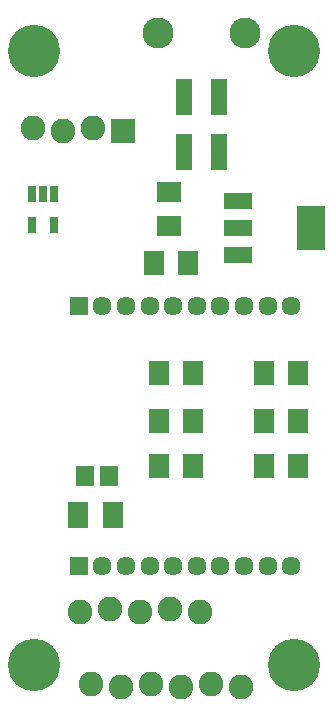
<source format=gts>
G75*
G70*
%OFA0B0*%
%FSLAX24Y24*%
%IPPOS*%
%LPD*%
%AMOC8*
5,1,8,0,0,1.08239X$1,22.5*
%
%ADD10R,0.0671X0.0867*%
%ADD11R,0.0592X0.0710*%
%ADD12R,0.0635X0.0635*%
%ADD13C,0.0635*%
%ADD14R,0.0960X0.0560*%
%ADD15R,0.0946X0.1497*%
%ADD16R,0.0297X0.0552*%
%ADD17R,0.0710X0.0790*%
%ADD18R,0.0580X0.1230*%
%ADD19C,0.1029*%
%ADD20R,0.0790X0.0710*%
%ADD21R,0.0820X0.0820*%
%ADD22C,0.0820*%
%ADD23C,0.1740*%
D10*
X003201Y006717D03*
X004382Y006717D03*
D11*
X004227Y008016D03*
X003440Y008016D03*
D12*
X003232Y005028D03*
X003232Y013689D03*
D13*
X004020Y013689D03*
X004807Y013689D03*
X005595Y013689D03*
X006382Y013689D03*
X007169Y013689D03*
X007957Y013689D03*
X008744Y013689D03*
X009532Y013689D03*
X010319Y013689D03*
X010319Y005028D03*
X009532Y005028D03*
X008744Y005028D03*
X007957Y005028D03*
X007169Y005028D03*
X006382Y005028D03*
X005595Y005028D03*
X004807Y005028D03*
X004020Y005028D03*
D14*
X008550Y015377D03*
X008550Y016287D03*
X008550Y017197D03*
D15*
X010990Y016287D03*
D16*
X002414Y016395D03*
X002414Y017419D03*
X002040Y017419D03*
X001666Y017419D03*
X001666Y016395D03*
D17*
X005750Y015127D03*
X006870Y015127D03*
X007030Y011437D03*
X007030Y009837D03*
X007030Y008337D03*
X005910Y008337D03*
X005910Y009837D03*
X005910Y011437D03*
X009410Y011437D03*
X009410Y009837D03*
X009410Y008337D03*
X010530Y008337D03*
X010530Y009837D03*
X010530Y011437D03*
D18*
X007921Y018820D03*
X007921Y020643D03*
X006739Y020643D03*
X006739Y018820D03*
D19*
X005893Y022797D03*
X008767Y022797D03*
D20*
X006250Y017477D03*
X006250Y016357D03*
D21*
X004700Y019517D03*
D22*
X003700Y019617D03*
X002700Y019517D03*
X001700Y019617D03*
X003280Y003497D03*
X004280Y003597D03*
X005280Y003497D03*
X006280Y003597D03*
X007280Y003497D03*
X007650Y001097D03*
X006650Y000997D03*
X005650Y001097D03*
X004650Y000997D03*
X003650Y001097D03*
X008650Y000997D03*
D23*
X001745Y001711D03*
X010406Y001711D03*
X010406Y022184D03*
X001745Y022184D03*
M02*

</source>
